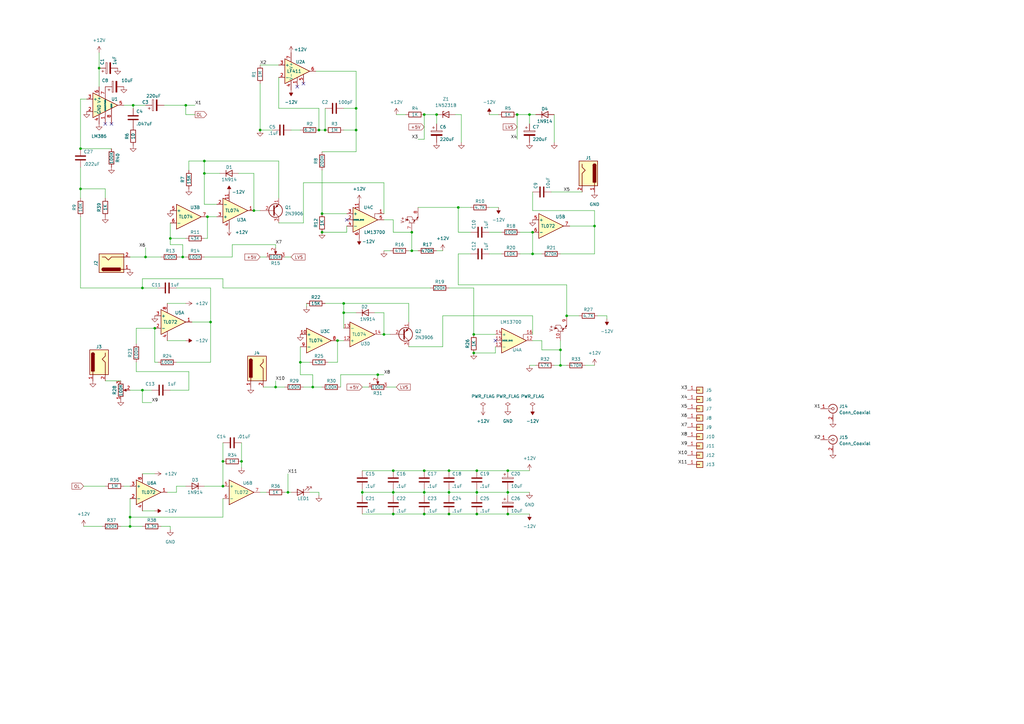
<source format=kicad_sch>
(kicad_sch (version 20211123) (generator eeschema)
  (paper "A3")
  (junction (at 138.43 139.7))
  (junction (at 40.64 27.94))
  (junction (at 208.28 201.93))
  (junction (at 218.44 95.25))
  (junction (at 146.05 44.45))
  (junction (at 130.81 53.34))
  (junction (at 113.03 158.75))
  (junction (at 63.5 134.62))
  (junction (at 33.02 77.47))
  (junction (at 69.85 97.79))
  (junction (at 161.29 201.93))
  (junction (at 184.15 201.93))
  (junction (at 195.58 201.93))
  (junction (at 173.99 201.93))
  (junction (at 161.29 210.82))
  (junction (at 83.82 71.12))
  (junction (at 140.97 128.27))
  (junction (at 33.02 60.96))
  (junction (at 168.91 95.25))
  (junction (at 133.35 53.34))
  (junction (at 184.15 210.82))
  (junction (at 173.99 193.04))
  (junction (at 99.06 189.23))
  (junction (at 123.19 148.59))
  (junction (at 106.68 53.34))
  (junction (at 132.08 87.63))
  (junction (at 195.58 193.04))
  (junction (at 74.93 105.41))
  (junction (at 157.48 137.16))
  (junction (at 128.27 158.75))
  (junction (at 132.08 95.25))
  (junction (at 54.61 43.18))
  (junction (at 83.82 66.04))
  (junction (at 243.84 92.71))
  (junction (at 217.17 46.99))
  (junction (at 76.2 43.18))
  (junction (at 232.41 129.54))
  (junction (at 187.96 85.09))
  (junction (at 146.05 53.34))
  (junction (at 118.11 201.93))
  (junction (at 195.58 210.82))
  (junction (at 86.36 132.08))
  (junction (at 58.42 160.02))
  (junction (at 173.99 210.82))
  (junction (at 184.15 193.04))
  (junction (at 140.97 124.46))
  (junction (at 85.09 88.9))
  (junction (at 161.29 193.04))
  (junction (at 229.87 149.86))
  (junction (at 168.91 102.87))
  (junction (at 212.09 46.99))
  (junction (at 194.31 137.16))
  (junction (at 154.94 153.67))
  (junction (at 148.59 201.93))
  (junction (at 91.44 199.39))
  (junction (at 91.44 189.23))
  (junction (at 58.42 118.11))
  (junction (at 229.87 143.51))
  (junction (at 104.14 86.36))
  (junction (at 179.07 46.99))
  (junction (at 53.34 212.09))
  (junction (at 59.69 105.41))
  (junction (at 208.28 193.04))
  (junction (at 218.44 104.14))
  (junction (at 208.28 210.82))
  (junction (at 53.34 215.9))
  (junction (at 173.99 46.99))
  (junction (at 194.31 144.78))
  (no_connect (at 45.72 50.8))
  (no_connect (at 43.18 50.8))
  (no_connect (at 142.24 90.17))
  (no_connect (at 203.2 139.7))
  (no_connect (at 124.46 34.29))
  (no_connect (at 121.92 35.56))
  (wire (pts (xy 55.88 152.4) (xy 77.47 152.4)))
  (wire (pts (xy 132.08 69.85) (xy 132.08 87.63)))
  (wire (pts (xy 227.33 46.99) (xy 227.33 58.42)))
  (wire (pts (xy 187.96 95.25) (xy 187.96 85.09)))
  (wire (pts (xy 208.28 201.93) (xy 208.28 200.66)))
  (wire (pts (xy 86.36 118.11) (xy 86.36 132.08)))
  (wire (pts (xy 72.39 118.11) (xy 86.36 118.11)))
  (wire (pts (xy 173.99 57.15) (xy 171.45 57.15)))
  (wire (pts (xy 55.88 148.59) (xy 55.88 152.4)))
  (wire (pts (xy 53.34 160.02) (xy 58.42 160.02)))
  (wire (pts (xy 127 201.93) (xy 130.81 201.93)))
  (wire (pts (xy 83.82 105.41) (xy 95.25 105.41)))
  (wire (pts (xy 212.09 46.99) (xy 217.17 46.99)))
  (wire (pts (xy 218.44 104.14) (xy 222.25 104.14)))
  (wire (pts (xy 138.43 139.7) (xy 140.97 139.7)))
  (wire (pts (xy 229.87 139.7) (xy 229.87 143.51)))
  (wire (pts (xy 184.15 193.04) (xy 195.58 193.04)))
  (wire (pts (xy 119.38 53.34) (xy 123.19 53.34)))
  (wire (pts (xy 142.24 95.25) (xy 142.24 92.71)))
  (wire (pts (xy 116.84 105.41) (xy 119.38 105.41)))
  (wire (pts (xy 114.3 31.75) (xy 114.3 44.45)))
  (wire (pts (xy 34.29 199.39) (xy 43.18 199.39)))
  (wire (pts (xy 80.01 43.18) (xy 76.2 43.18)))
  (wire (pts (xy 218.44 129.54) (xy 218.44 137.16)))
  (wire (pts (xy 154.94 153.67) (xy 157.48 153.67)))
  (wire (pts (xy 248.92 129.54) (xy 248.92 130.81)))
  (wire (pts (xy 157.48 128.27) (xy 157.48 137.16)))
  (wire (pts (xy 83.82 71.12) (xy 83.82 66.04)))
  (wire (pts (xy 140.97 128.27) (xy 146.05 128.27)))
  (wire (pts (xy 114.3 66.04) (xy 114.3 81.28)))
  (wire (pts (xy 171.45 85.09) (xy 187.96 85.09)))
  (wire (pts (xy 194.31 144.78) (xy 203.2 144.78)))
  (wire (pts (xy 95.25 100.33) (xy 113.03 100.33)))
  (wire (pts (xy 53.34 215.9) (xy 58.42 215.9)))
  (wire (pts (xy 53.34 212.09) (xy 53.34 204.47)))
  (wire (pts (xy 233.68 92.71) (xy 243.84 92.71)))
  (wire (pts (xy 123.19 153.67) (xy 128.27 153.67)))
  (wire (pts (xy 114.3 44.45) (xy 130.81 44.45)))
  (wire (pts (xy 157.48 87.63) (xy 157.48 74.93)))
  (wire (pts (xy 130.81 53.34) (xy 133.35 53.34)))
  (wire (pts (xy 227.33 149.86) (xy 229.87 149.86)))
  (wire (pts (xy 208.28 210.82) (xy 217.17 210.82)))
  (wire (pts (xy 91.44 189.23) (xy 91.44 199.39)))
  (wire (pts (xy 123.19 148.59) (xy 127 148.59)))
  (wire (pts (xy 58.42 118.11) (xy 64.77 118.11)))
  (wire (pts (xy 140.97 124.46) (xy 167.64 124.46)))
  (wire (pts (xy 161.29 201.93) (xy 173.99 201.93)))
  (wire (pts (xy 194.31 137.16) (xy 203.2 137.16)))
  (wire (pts (xy 232.41 129.54) (xy 237.49 129.54)))
  (wire (pts (xy 34.29 215.9) (xy 41.91 215.9)))
  (wire (pts (xy 86.36 132.08) (xy 86.36 148.59)))
  (wire (pts (xy 91.44 181.61) (xy 91.44 189.23)))
  (wire (pts (xy 161.29 210.82) (xy 173.99 210.82)))
  (wire (pts (xy 33.02 68.58) (xy 33.02 77.47)))
  (wire (pts (xy 72.39 201.93) (xy 72.39 199.39)))
  (wire (pts (xy 148.59 201.93) (xy 148.59 203.2)))
  (wire (pts (xy 217.17 149.86) (xy 219.71 149.86)))
  (wire (pts (xy 99.06 181.61) (xy 99.06 189.23)))
  (wire (pts (xy 213.36 104.14) (xy 218.44 104.14)))
  (wire (pts (xy 168.91 95.25) (xy 168.91 102.87)))
  (wire (pts (xy 85.09 88.9) (xy 85.09 97.79)))
  (wire (pts (xy 58.42 194.31) (xy 63.5 194.31)))
  (wire (pts (xy 139.7 153.67) (xy 154.94 153.67)))
  (wire (pts (xy 77.47 160.02) (xy 69.85 160.02)))
  (wire (pts (xy 146.05 29.21) (xy 146.05 44.45)))
  (wire (pts (xy 229.87 143.51) (xy 229.87 149.86)))
  (wire (pts (xy 245.11 129.54) (xy 248.92 129.54)))
  (wire (pts (xy 217.17 46.99) (xy 217.17 50.8)))
  (wire (pts (xy 33.02 77.47) (xy 33.02 81.28)))
  (wire (pts (xy 113.03 158.75) (xy 116.84 158.75)))
  (wire (pts (xy 91.44 212.09) (xy 91.44 204.47)))
  (wire (pts (xy 77.47 69.85) (xy 77.47 66.04)))
  (wire (pts (xy 213.36 95.25) (xy 218.44 95.25)))
  (wire (pts (xy 106.68 26.67) (xy 114.3 26.67)))
  (wire (pts (xy 129.54 29.21) (xy 146.05 29.21)))
  (wire (pts (xy 77.47 66.04) (xy 83.82 66.04)))
  (wire (pts (xy 76.2 43.18) (xy 67.31 43.18)))
  (wire (pts (xy 218.44 86.36) (xy 218.44 78.74)))
  (wire (pts (xy 200.66 46.99) (xy 204.47 46.99)))
  (wire (pts (xy 133.35 44.45) (xy 133.35 53.34)))
  (wire (pts (xy 128.27 153.67) (xy 128.27 158.75)))
  (wire (pts (xy 208.28 193.04) (xy 217.17 193.04)))
  (wire (pts (xy 243.84 92.71) (xy 243.84 86.36)))
  (wire (pts (xy 58.42 209.55) (xy 63.5 209.55)))
  (wire (pts (xy 158.75 158.75) (xy 162.56 158.75)))
  (wire (pts (xy 118.11 194.31) (xy 118.11 201.93)))
  (wire (pts (xy 72.39 199.39) (xy 76.2 199.39)))
  (wire (pts (xy 123.19 148.59) (xy 123.19 153.67)))
  (wire (pts (xy 68.58 124.46) (xy 76.2 124.46)))
  (wire (pts (xy 161.29 95.25) (xy 168.91 95.25)))
  (wire (pts (xy 83.82 83.82) (xy 83.82 71.12)))
  (wire (pts (xy 140.97 128.27) (xy 140.97 134.62)))
  (wire (pts (xy 97.79 71.12) (xy 104.14 71.12)))
  (wire (pts (xy 43.18 156.21) (xy 49.53 156.21)))
  (wire (pts (xy 140.97 124.46) (xy 140.97 128.27)))
  (wire (pts (xy 133.35 124.46) (xy 140.97 124.46)))
  (wire (pts (xy 173.99 46.99) (xy 173.99 57.15)))
  (wire (pts (xy 146.05 53.34) (xy 140.97 53.34)))
  (wire (pts (xy 33.02 118.11) (xy 58.42 118.11)))
  (wire (pts (xy 83.82 66.04) (xy 114.3 66.04)))
  (wire (pts (xy 217.17 46.99) (xy 219.71 46.99)))
  (wire (pts (xy 195.58 201.93) (xy 208.28 201.93)))
  (wire (pts (xy 63.5 148.59) (xy 64.77 148.59)))
  (wire (pts (xy 148.59 210.82) (xy 161.29 210.82)))
  (wire (pts (xy 128.27 158.75) (xy 132.08 158.75)))
  (wire (pts (xy 184.15 201.93) (xy 184.15 203.2)))
  (wire (pts (xy 184.15 118.11) (xy 194.31 118.11)))
  (wire (pts (xy 130.81 201.93) (xy 130.81 203.2)))
  (wire (pts (xy 212.09 46.99) (xy 212.09 57.15)))
  (wire (pts (xy 157.48 90.17) (xy 161.29 90.17)))
  (wire (pts (xy 91.44 114.3) (xy 91.44 118.11)))
  (wire (pts (xy 95.25 105.41) (xy 95.25 100.33)))
  (wire (pts (xy 54.61 43.18) (xy 54.61 44.45)))
  (wire (pts (xy 161.29 193.04) (xy 173.99 193.04)))
  (wire (pts (xy 195.58 201.93) (xy 195.58 203.2)))
  (wire (pts (xy 157.48 137.16) (xy 156.21 137.16)))
  (wire (pts (xy 69.85 97.79) (xy 76.2 97.79)))
  (wire (pts (xy 200.66 95.25) (xy 205.74 95.25)))
  (wire (pts (xy 40.64 27.94) (xy 40.64 35.56)))
  (wire (pts (xy 173.99 201.93) (xy 173.99 203.2)))
  (wire (pts (xy 33.02 77.47) (xy 43.18 77.47)))
  (wire (pts (xy 195.58 200.66) (xy 195.58 201.93)))
  (wire (pts (xy 157.48 137.16) (xy 160.02 137.16)))
  (wire (pts (xy 146.05 44.45) (xy 140.97 44.45)))
  (wire (pts (xy 157.48 74.93) (xy 124.46 74.93)))
  (wire (pts (xy 229.87 149.86) (xy 232.41 149.86)))
  (wire (pts (xy 85.09 88.9) (xy 88.9 88.9)))
  (wire (pts (xy 106.68 34.29) (xy 106.68 53.34)))
  (wire (pts (xy 123.19 142.24) (xy 123.19 148.59)))
  (wire (pts (xy 194.31 118.11) (xy 194.31 137.16)))
  (wire (pts (xy 55.88 134.62) (xy 63.5 134.62)))
  (wire (pts (xy 83.82 199.39) (xy 91.44 199.39)))
  (wire (pts (xy 106.68 201.93) (xy 109.22 201.93)))
  (wire (pts (xy 200.66 85.09) (xy 204.47 85.09)))
  (wire (pts (xy 208.28 201.93) (xy 208.28 203.2)))
  (wire (pts (xy 243.84 86.36) (xy 218.44 86.36)))
  (wire (pts (xy 232.41 116.84) (xy 232.41 129.54)))
  (wire (pts (xy 179.07 46.99) (xy 179.07 50.8)))
  (wire (pts (xy 148.59 200.66) (xy 148.59 201.93)))
  (wire (pts (xy 161.29 90.17) (xy 161.29 95.25)))
  (wire (pts (xy 187.96 104.14) (xy 187.96 116.84)))
  (wire (pts (xy 53.34 215.9) (xy 53.34 212.09)))
  (wire (pts (xy 173.99 200.66) (xy 173.99 201.93)))
  (wire (pts (xy 74.93 100.33) (xy 69.85 100.33)))
  (wire (pts (xy 104.14 86.36) (xy 106.68 86.36)))
  (wire (pts (xy 69.85 217.17) (xy 69.85 215.9)))
  (wire (pts (xy 203.2 144.78) (xy 203.2 142.24)))
  (wire (pts (xy 181.61 129.54) (xy 218.44 129.54)))
  (wire (pts (xy 106.68 105.41) (xy 109.22 105.41)))
  (wire (pts (xy 74.93 105.41) (xy 76.2 105.41)))
  (wire (pts (xy 50.8 43.18) (xy 54.61 43.18)))
  (wire (pts (xy 58.42 165.1) (xy 58.42 160.02)))
  (wire (pts (xy 139.7 158.75) (xy 139.7 153.67)))
  (wire (pts (xy 218.44 139.7) (xy 222.25 139.7)))
  (wire (pts (xy 59.69 105.41) (xy 66.04 105.41)))
  (wire (pts (xy 118.11 201.93) (xy 119.38 201.93)))
  (wire (pts (xy 168.91 102.87) (xy 171.45 102.87)))
  (wire (pts (xy 68.58 139.7) (xy 76.2 139.7)))
  (wire (pts (xy 218.44 95.25) (xy 218.44 104.14)))
  (wire (pts (xy 58.42 114.3) (xy 91.44 114.3)))
  (wire (pts (xy 124.46 158.75) (xy 128.27 158.75)))
  (wire (pts (xy 77.47 152.4) (xy 77.47 160.02)))
  (wire (pts (xy 124.46 74.93) (xy 124.46 91.44)))
  (wire (pts (xy 187.96 116.84) (xy 232.41 116.84)))
  (wire (pts (xy 153.67 128.27) (xy 157.48 128.27)))
  (wire (pts (xy 104.14 71.12) (xy 104.14 86.36)))
  (wire (pts (xy 69.85 100.33) (xy 69.85 97.79)))
  (wire (pts (xy 116.84 201.93) (xy 118.11 201.93)))
  (wire (pts (xy 53.34 105.41) (xy 59.69 105.41)))
  (wire (pts (xy 173.99 210.82) (xy 184.15 210.82)))
  (wire (pts (xy 74.93 105.41) (xy 74.93 100.33)))
  (wire (pts (xy 173.99 193.04) (xy 184.15 193.04)))
  (wire (pts (xy 138.43 148.59) (xy 138.43 139.7)))
  (wire (pts (xy 33.02 40.64) (xy 35.56 40.64)))
  (wire (pts (xy 53.34 212.09) (xy 91.44 212.09)))
  (wire (pts (xy 184.15 201.93) (xy 195.58 201.93)))
  (wire (pts (xy 55.88 140.97) (xy 55.88 134.62)))
  (wire (pts (xy 73.66 105.41) (xy 74.93 105.41)))
  (wire (pts (xy 88.9 83.82) (xy 83.82 83.82)))
  (wire (pts (xy 154.94 153.67) (xy 154.94 154.94)))
  (wire (pts (xy 148.59 158.75) (xy 151.13 158.75)))
  (wire (pts (xy 134.62 148.59) (xy 138.43 148.59)))
  (wire (pts (xy 85.09 97.79) (xy 83.82 97.79)))
  (wire (pts (xy 125.73 124.46) (xy 125.73 125.73)))
  (wire (pts (xy 167.64 142.24) (xy 181.61 142.24)))
  (wire (pts (xy 168.91 102.87) (xy 167.64 102.87)))
  (wire (pts (xy 179.07 102.87) (xy 181.61 102.87)))
  (wire (pts (xy 148.59 193.04) (xy 161.29 193.04)))
  (wire (pts (xy 33.02 88.9) (xy 33.02 118.11)))
  (wire (pts (xy 173.99 46.99) (xy 179.07 46.99)))
  (wire (pts (xy 161.29 200.66) (xy 161.29 201.93)))
  (wire (pts (xy 58.42 118.11) (xy 58.42 114.3)))
  (wire (pts (xy 161.29 201.93) (xy 161.29 203.2)))
  (wire (pts (xy 162.56 46.99) (xy 166.37 46.99)))
  (wire (pts (xy 222.25 143.51) (xy 229.87 143.51)))
  (wire (pts (xy 69.85 215.9) (xy 66.04 215.9)))
  (wire (pts (xy 54.61 43.18) (xy 59.69 43.18)))
  (wire (pts (xy 222.25 139.7) (xy 222.25 143.51)))
  (wire (pts (xy 33.02 60.96) (xy 45.72 60.96)))
  (wire (pts (xy 113.03 100.33) (xy 113.03 101.6)))
  (wire (pts (xy 184.15 200.66) (xy 184.15 201.93)))
  (wire (pts (xy 193.04 95.25) (xy 187.96 95.25)))
  (wire (pts (xy 78.74 132.08) (xy 86.36 132.08)))
  (wire (pts (xy 106.68 53.34) (xy 111.76 53.34)))
  (wire (pts (xy 193.04 104.14) (xy 187.96 104.14)))
  (wire (pts (xy 62.23 165.1) (xy 58.42 165.1)))
  (wire (pts (xy 91.44 118.11) (xy 176.53 118.11)))
  (wire (pts (xy 33.02 60.96) (xy 33.02 40.64)))
  (wire (pts (xy 113.03 156.21) (xy 113.03 158.75)))
  (wire (pts (xy 132.08 87.63) (xy 142.24 87.63)))
  (wire (pts (xy 107.95 158.75) (xy 113.03 158.75)))
  (wire (pts (xy 208.28 201.93) (xy 217.17 201.93)))
  (wire (pts (xy 76.2 43.18) (xy 76.2 46.99)))
  (wire (pts (xy 148.59 201.93) (xy 161.29 201.93)))
  (wire (pts (xy 49.53 215.9) (xy 53.34 215.9)))
  (wire (pts (xy 229.87 104.14) (xy 243.84 104.14)))
  (wire (pts (xy 99.06 189.23) (xy 99.06 191.77)))
  (wire (pts (xy 181.61 142.24) (xy 181.61 129.54)))
  (wire (pts (xy 83.82 71.12) (xy 90.17 71.12)))
  (wire (pts (xy 184.15 210.82) (xy 195.58 210.82)))
  (wire (pts (xy 240.03 149.86) (xy 243.84 149.86)))
  (wire (pts (xy 40.64 21.59) (xy 40.64 27.94)))
  (wire (pts (xy 59.69 105.41) (xy 59.69 101.6)))
  (wire (pts (xy 187.96 85.09) (xy 193.04 85.09)))
  (wire (pts (xy 50.8 199.39) (xy 53.34 199.39)))
  (wire (pts (xy 68.58 201.93) (xy 72.39 201.93)))
  (wire (pts (xy 114.3 91.44) (xy 124.46 91.44)))
  (wire (pts (xy 200.66 104.14) (xy 205.74 104.14)))
  (wire (pts (xy 130.81 44.45) (xy 130.81 53.34)))
  (wire (pts (xy 63.5 134.62) (xy 63.5 148.59)))
  (wire (pts (xy 146.05 44.45) (xy 146.05 53.34)))
  (wire (pts (xy 195.58 210.82) (xy 208.28 210.82)))
  (wire (pts (xy 58.42 160.02) (xy 62.23 160.02)))
  (wire (pts (xy 76.2 46.99) (xy 80.01 46.99)))
  (wire (pts (xy 226.06 78.74) (xy 238.76 78.74)))
  (wire (pts (xy 186.69 46.99) (xy 189.23 46.99)))
  (wire (pts (xy 43.18 77.47) (xy 43.18 81.28)))
  (wire (pts (xy 146.05 62.23) (xy 132.08 62.23)))
  (wire (pts (xy 69.85 91.44) (xy 69.85 97.79)))
  (wire (pts (xy 157.48 102.87) (xy 160.02 102.87)))
  (wire (pts (xy 132.08 95.25) (xy 142.24 95.25)))
  (wire (pts (xy 189.23 46.99) (xy 189.23 58.42)))
  (wire (pts (xy 195.58 193.04) (xy 208.28 193.04)))
  (wire (pts (xy 86.36 148.59) (xy 72.39 148.59)))
  (wire (pts (xy 167.64 124.46) (xy 167.64 132.08)))
  (wire (pts (xy 243.84 92.71) (xy 243.84 104.14)))
  (wire (pts (xy 146.05 53.34) (xy 146.05 62.23)))
  (wire (pts (xy 173.99 201.93) (xy 184.15 201.93)))
  (label "X5" (at 281.94 167.64 180))
  (label "X7" (at 281.94 175.26 180))
  (label "X10" (at 113.03 156.21 0))
  (label "X3" (at 171.45 57.15 180))
  (label "X7" (at 113.03 100.33 0))
  (label "X1" (at 80.01 43.18 0))
  (label "X8" (at 157.48 153.67 0))
  (label "X6" (at 281.94 171.45 180))
  (label "X2" (at 106.68 26.67 0))
  (label "X6" (at 59.69 101.6 180))
  (label "X4" (at 281.94 163.83 180))
  (label "X9" (at 62.23 165.1 0))
  (label "X4" (at 212.09 57.15 180))
  (label "X1" (at 336.55 167.64 180))
  (label "X5" (at 231.14 78.74 0))
  (label "X3" (at 281.94 160.02 180))
  (label "X10" (at 281.94 186.69 180))
  (label "X9" (at 281.94 182.88 180))
  (label "X2" (at 336.55 180.34 180))
  (label "X11" (at 118.11 194.31 0))
  (label "X11" (at 281.94 190.5 180))
  (label "X8" (at 281.94 179.07 180))
  (global_label "LVS" (shape input) (at 212.09 52.07 180) (property "Intersheet References" "${INTERSHEET_REFS}" (effects hide)))
  (global_label "+5V" (shape input) (at 148.59 158.75 180) (property "Intersheet References" "${INTERSHEET_REFS}" (effects hide)))
  (global_label "OL" (shape output) (at 80.01 46.99 0) (property "Intersheet References" "${INTERSHEET_REFS}" (effects hide)))
  (global_label "LVS" (shape input) (at 119.38 105.41 0) (property "Intersheet References" "${INTERSHEET_REFS}" (effects hide)))
  (global_label "+5V" (shape input) (at 106.68 105.41 180) (property "Intersheet References" "${INTERSHEET_REFS}" (effects hide)))
  (global_label "+5V" (shape input) (at 173.99 52.07 180) (property "Intersheet References" "${INTERSHEET_REFS}" (effects hide)))
  (global_label "LVS" (shape input) (at 162.56 158.75 0) (property "Intersheet References" "${INTERSHEET_REFS}" (effects hide)))
  (global_label "OL" (shape input) (at 34.29 199.39 180) (property "Intersheet References" "${INTERSHEET_REFS}" (effects hide)))
  (symbol (lib_id "Device:C_Polarized") (at 179.07 54.61 0) (unit 1)
    (property "Reference" "C6" (at 180.34 52.07 0) (effects (justify left)))
    (property "Value" "220uF" (at 180.34 57.15 0) (effects (justify left)))
  )
  (symbol (lib_id "Transistor_BJT:2N3906") (at 111.76 86.36 0) (mirror x) (unit 1)
    (property "Reference" "Q1" (at 116.84 85.0899 0) (effects (justify left)))
    (property "Value" "2N3906" (at 116.84 87.6299 0) (effects (justify left)))
    (property "Footprint" "Package_TO_SOT_THT:TO-92_Inline" (effects hide))
    (property "Datasheet" "https://www.onsemi.com/pub/Collateral/2N3906-D.PDF" (effects hide))
  )
  (symbol (lib_id "Device:R") (at 236.22 149.86 90) (unit 1)
    (property "Reference" "R33" (at 236.22 147.32 90))
    (property "Value" "470K" (at 236.22 149.86 90))
  )
  (symbol (lib_id "power:GND") (at 218.44 90.17 0) (unit 1)
    (property "Reference" "#PWR0146" (effects hide))
    (property "Value" "GND" (effects hide))
  )
  (symbol (lib_id "Device:C") (at 54.61 48.26 0) (unit 1)
    (property "Reference" "C4" (at 55.88 45.72 0) (effects (justify left)))
    (property "Value" ".047uF" (at 55.88 50.8 0) (effects (justify left)))
  )
  (symbol (lib_id "power:+12V") (at 243.84 149.86 0) (unit 1)
    (property "Reference" "#PWR0144" (effects hide))
    (property "Value" "+12V" (at 243.84 144.78 0))
  )
  (symbol (lib_id "power:+12V") (at 162.56 46.99 0) (unit 1)
    (property "Reference" "#PWR0132" (effects hide))
    (property "Value" "+12V" (at 162.56 41.91 0))
  )
  (symbol (lib_id "Device:R") (at 120.65 158.75 90) (unit 1)
    (property "Reference" "R29" (at 120.65 156.21 90))
    (property "Value" "100K" (at 120.65 158.75 90))
  )
  (symbol (lib_id "power:+12V") (at 93.98 93.98 0) (mirror x) (unit 1)
    (property "Reference" "#PWR0135" (effects hide))
    (property "Value" "+12V" (at 99.06 95.25 0))
  )
  (symbol (lib_id "power:GND") (at 69.85 86.36 0) (unit 1)
    (property "Reference" "#PWR0112" (effects hide))
    (property "Value" "GND" (effects hide))
  )
  (symbol (lib_id "power:GND") (at 194.31 144.78 0) (unit 1)
    (property "Reference" "#PWR0143" (effects hide))
    (property "Value" "GND" (effects hide))
  )
  (symbol (lib_id "power:GND") (at 179.07 58.42 0) (unit 1)
    (property "Reference" "#PWR0152" (effects hide))
    (property "Value" "GND" (effects hide))
  )
  (symbol (lib_name "LM13700_2") (lib_id "Amplifier_Operational:LM13700") (at 168.91 87.63 90) (unit 4)
    (property "Reference" "U4" (effects hide))
    (property "Value" "LM13700" (effects hide))
    (property "Datasheet" "http://www.ti.com/lit/ds/symlink/lm13700.pdf" (effects hide))
  )
  (symbol (lib_id "power:-12V") (at 63.5 209.55 270) (unit 1)
    (property "Reference" "#PWR0123" (effects hide))
    (property "Value" "-12V" (at 67.31 209.5499 90) (effects (justify left)))
  )
  (symbol (lib_id "Device:C_Polarized") (at 46.99 35.56 90) (unit 1)
    (property "Reference" "C8" (at 44.45 33.02 90) (effects (justify left)))
    (property "Value" "10uF" (at 54.61 33.02 90) (effects (justify left)))
  )
  (symbol (lib_id "Device:R") (at 113.03 201.93 90) (unit 1)
    (property "Reference" "R36" (at 113.03 199.39 90))
    (property "Value" "1K" (at 113.03 201.93 90))
  )
  (symbol (lib_id "power:GND") (at 132.08 95.25 0) (unit 1)
    (property "Reference" "#PWR0136" (effects hide))
    (property "Value" "GND" (effects hide))
  )
  (symbol (lib_id "power:GND") (at 106.68 53.34 0) (unit 1)
    (property "Reference" "#PWR0130" (effects hide))
    (property "Value" "GND" (effects hide))
  )
  (symbol (lib_id "Connector:Barrel_Jack") (at 241.3 71.12 270) (unit 1) (on_board no)
    (property "Reference" "J1" (at 242.57 64.77 90) (effects (justify right)))
    (property "Value" "Barrel_Jack" (effects hide))
  )
  (symbol (lib_id "Device:R") (at 80.01 105.41 90) (unit 1)
    (property "Reference" "R14" (at 80.01 102.87 90))
    (property "Value" "100K" (at 80.01 105.41 90))
  )
  (symbol (lib_id "power:GND") (at 77.47 77.47 0) (unit 1)
    (property "Reference" "#PWR0113" (effects hide))
    (property "Value" "GND" (effects hide))
  )
  (symbol (lib_id "Connector_Generic:Conn_01x01") (at 287.02 175.26 0) (unit 1)
    (property "Reference" "J9" (at 289.56 175.2599 0) (effects (justify left)))
    (property "Value" "Conn_01x01" (effects hide))
  )
  (symbol (lib_id "Device:C") (at 33.02 64.77 0) (unit 1)
    (property "Reference" "C27" (at 34.29 62.23 0) (effects (justify left)))
    (property "Value" ".022uF" (at 34.29 67.31 0) (effects (justify left)))
  )
  (symbol (lib_id "Connector:Barrel_Jack") (at 40.64 148.59 90) (mirror x) (unit 1) (on_board no)
    (property "Reference" "J3" (at 39.37 142.24 90) (effects (justify right)))
    (property "Value" "Barrel_Jack" (effects hide))
  )
  (symbol (lib_id "Device:C") (at 196.85 104.14 90) (unit 1)
    (property "Reference" "C12" (at 194.31 102.87 0) (effects (justify left)))
    (property "Value" "1uF" (at 199.39 102.87 0) (effects (justify left)))
  )
  (symbol (lib_id "power:GND") (at 53.34 110.49 0) (unit 1)
    (property "Reference" "#PWR0115" (effects hide))
    (property "Value" "GND" (effects hide))
  )
  (symbol (lib_id "power:GND") (at 54.61 59.69 0) (unit 1)
    (property "Reference" "#PWR0107" (effects hide))
    (property "Value" "GND" (effects hide))
  )
  (symbol (lib_id "Device:C") (at 148.59 196.85 0) (unit 1)
    (property "Reference" "C15" (at 149.86 194.31 0) (effects (justify left)))
    (property "Value" ".1uF" (at 149.86 199.39 0) (effects (justify left)))
  )
  (symbol (lib_id "Device:R") (at 69.85 105.41 90) (unit 1)
    (property "Reference" "R13" (at 69.85 102.87 90))
    (property "Value" "100K" (at 69.85 105.41 90))
  )
  (symbol (lib_id "power:-12V") (at 147.32 97.79 0) (mirror x) (unit 1)
    (property "Reference" "#PWR0140" (effects hide))
    (property "Value" "-12V" (at 151.13 99.06 0))
  )
  (symbol (lib_id "dhk:LF411") (at 119.38 29.21 0) (unit 3)
    (property "Reference" "U2" (effects hide))
    (property "Value" "LF411" (effects hide))
    (property "Datasheet" "http://www.ti.com/lit/ds/symlink/tl081.pdf" (effects hide))
  )
  (symbol (lib_id "power:GND") (at 217.17 201.93 0) (unit 1)
    (property "Reference" "#PWR0125" (effects hide))
    (property "Value" "GND" (at 217.17 207.01 0))
  )
  (symbol (lib_id "Device:R") (at 43.18 85.09 180) (unit 1)
    (property "Reference" "R39" (at 40.64 85.09 90))
    (property "Value" "1K" (at 43.18 85.09 90))
  )
  (symbol (lib_id "power:GND") (at 50.8 35.56 0) (unit 1)
    (property "Reference" "#PWR0102" (effects hide))
    (property "Value" "GND" (effects hide))
  )
  (symbol (lib_id "power:GND") (at 243.84 78.74 0) (unit 1)
    (property "Reference" "#PWR0147" (effects hide))
    (property "Value" "GND" (at 243.84 83.82 0))
  )
  (symbol (lib_id "Device:R") (at 170.18 46.99 90) (unit 1)
    (property "Reference" "R4" (at 170.18 44.45 90))
    (property "Value" "1K" (at 170.18 46.99 90))
  )
  (symbol (lib_id "Connector:Conn_Coaxial") (at 341.63 167.64 0) (unit 1)
    (property "Reference" "J14" (at 344.17 166.6631 0) (effects (justify left)))
    (property "Value" "Conn_Coaxial" (at 344.17 169.2031 0) (effects (justify left)))
    (property "Datasheet" " ~" (effects hide))
  )
  (symbol (lib_id "power:GND") (at 99.06 191.77 0) (unit 1)
    (property "Reference" "#PWR0110" (effects hide))
    (property "Value" "GND" (effects hide))
  )
  (symbol (lib_id "Amplifier_Operational:TL072") (at 99.06 201.93 0) (unit 2)
    (property "Reference" "U6" (at 101.6 198.12 0))
    (property "Value" "TL072" (at 99.06 201.93 0))
    (property "Datasheet" "http://www.ti.com/lit/ds/symlink/tl071.pdf" (effects hide))
  )
  (symbol (lib_name "TL074_1") (lib_id "Amplifier_Operational:TL074") (at 96.52 86.36 0) (mirror x) (unit 5)
    (property "Reference" "U3" (effects hide))
    (property "Value" "TL074" (effects hide))
    (property "Datasheet" "http://www.ti.com/lit/ds/symlink/tl071.pdf" (effects hide))
  )
  (symbol (lib_id "Device:C_Polarized") (at 217.17 54.61 0) (unit 1)
    (property "Reference" "C7" (at 218.44 52.07 0) (effects (justify left)))
    (property "Value" "220uF" (at 218.44 57.15 0) (effects (justify left)))
  )
  (symbol (lib_id "Device:R") (at 127 53.34 90) (unit 1)
    (property "Reference" "R2" (at 127 50.8 90))
    (property "Value" "6.2K" (at 127 53.34 90))
  )
  (symbol (lib_id "Device:R") (at 241.3 129.54 90) (unit 1)
    (property "Reference" "R27" (at 241.3 127 90))
    (property "Value" "4.7K" (at 241.3 129.54 90))
  )
  (symbol (lib_id "Device:R") (at 208.28 46.99 90) (unit 1)
    (property "Reference" "R5" (at 208.28 44.45 90))
    (property "Value" "1K" (at 208.28 46.99 90))
  )
  (symbol (lib_id "Device:D_Zener") (at 182.88 46.99 0) (unit 1)
    (property "Reference" "Z1" (at 182.88 40.64 0))
    (property "Value" "1N5231B" (at 182.88 43.18 0))
  )
  (symbol (lib_id "Diode:1N914") (at 149.86 128.27 0) (unit 1)
    (property "Reference" "D2" (at 149.5062 125.8343 0))
    (property "Value" "1N914" (at 150.7762 130.9143 0))
    (property "Footprint" "Diode_THT:D_DO-35_SOD27_P7.62mm_Horizontal" (effects hide))
    (property "Datasheet" "http://www.vishay.com/docs/85622/1n914.pdf" (effects hide))
  )
  (symbol (lib_id "Connector_Generic:Conn_01x01") (at 287.02 160.02 0) (unit 1)
    (property "Reference" "J5" (at 289.56 160.0199 0) (effects (justify left)))
    (property "Value" "Conn_01x01" (effects hide))
  )
  (symbol (lib_id "power:GND") (at 125.73 125.73 0) (unit 1)
    (property "Reference" "#PWR0134" (effects hide))
    (property "Value" "GND" (effects hide))
  )
  (symbol (lib_id "power:GND") (at 48.26 27.94 0) (unit 1)
    (property "Reference" "#PWR0101" (effects hide))
    (property "Value" "GND" (effects hide))
  )
  (symbol (lib_id "Device:C") (at 173.99 207.01 0) (unit 1)
    (property "Reference" "C23" (at 175.26 204.47 0) (effects (justify left)))
    (property "Value" ".1uF" (at 175.26 209.55 0) (effects (justify left)))
  )
  (symbol (lib_id "Device:R") (at 223.52 149.86 90) (unit 1)
    (property "Reference" "R32" (at 223.52 147.32 90))
    (property "Value" "47K" (at 223.52 149.86 90))
  )
  (symbol (lib_id "Connector_Generic:Conn_01x01") (at 287.02 186.69 0) (unit 1)
    (property "Reference" "J12" (at 289.56 186.6899 0) (effects (justify left)))
    (property "Value" "Conn_01x01" (effects hide))
  )
  (symbol (lib_id "Device:R") (at 54.61 55.88 180) (unit 1)
    (property "Reference" "R6" (at 52.07 55.88 90))
    (property "Value" "10" (at 54.61 55.88 90))
  )
  (symbol (lib_id "power:PWR_FLAG") (at 218.44 167.64 0) (unit 1)
    (property "Reference" "#FLG0103" (effects hide))
    (property "Value" "PWR_FLAG" (at 218.44 162.56 0))
  )
  (symbol (lib_id "power:GND") (at 217.17 58.42 0) (unit 1)
    (property "Reference" "#PWR0148" (effects hide))
    (property "Value" "GND" (effects hide))
  )
  (symbol (lib_id "Amplifier_Operational:TL072") (at 71.12 132.08 0) (unit 1)
    (property "Reference" "U5" (at 73.66 128.27 0))
    (property "Value" "TL072" (at 69.85 132.08 0))
    (property "Datasheet" "http://www.ti.com/lit/ds/symlink/tl071.pdf" (effects hide))
  )
  (symbol (lib_id "power:GND") (at 40.64 50.8 0) (unit 1)
    (property "Reference" "#PWR0104" (effects hide))
    (property "Value" "GND" (effects hide))
  )
  (symbol (lib_id "Device:C") (at 66.04 160.02 90) (unit 1)
    (property "Reference" "C13" (at 63.5 157.48 90) (effects (justify left)))
    (property "Value" "1uF" (at 72.39 157.48 90) (effects (justify left)))
  )
  (symbol (lib_id "power:-12V") (at 204.47 85.09 0) (mirror x) (unit 1)
    (property "Reference" "#PWR0150" (effects hide))
    (property "Value" "-12V" (at 204.47 90.17 0))
  )
  (symbol (lib_id "Device:C_Polarized") (at 44.45 27.94 90) (unit 1)
    (property "Reference" "C1" (at 41.91 26.67 0) (effects (justify left)))
    (property "Value" "1uF" (at 46.99 26.67 0) (effects (justify left)))
  )
  (symbol (lib_name "LF411_1") (lib_id "dhk:LF411") (at 121.92 29.21 0) (unit 2)
    (property "Reference" "U2" (effects hide))
    (property "Value" "LF411" (effects hide))
    (property "Datasheet" "http://www.ti.com/lit/ds/symlink/tl081.pdf" (effects hide))
  )
  (symbol (lib_id "Amplifier_Operational:LM13700") (at 149.86 90.17 0) (mirror x) (unit 3)
    (property "Reference" "U4" (at 151.13 85.09 0))
    (property "Value" "LM13700" (at 153.67 95.25 0))
    (property "Datasheet" "http://www.ti.com/lit/ds/symlink/lm13700.pdf" (effects hide))
  )
  (symbol (lib_id "power:+12V") (at 40.64 21.59 0) (unit 1)
    (property "Reference" "#PWR0103" (effects hide))
    (property "Value" "+12V" (at 40.64 16.51 0))
  )
  (symbol (lib_id "Device:C") (at 161.29 207.01 0) (unit 1)
    (property "Reference" "C22" (at 162.56 204.47 0) (effects (justify left)))
    (property "Value" ".1uF" (at 162.56 209.55 0) (effects (justify left)))
  )
  (symbol (lib_id "power:+12V") (at 63.5 194.31 270) (unit 1)
    (property "Reference" "#PWR0122" (effects hide))
    (property "Value" "+12V" (at 67.31 194.3099 90) (effects (justify left)))
  )
  (symbol (lib_id "power:GND") (at 45.72 68.58 0) (unit 1)
    (property "Reference" "#PWR0106" (effects hide))
    (property "Value" "GND" (effects hide))
  )
  (symbol (lib_id "power:+12V") (at 217.17 193.04 0) (unit 1)
    (property "Reference" "#PWR0126" (effects hide))
    (property "Value" "+12V" (at 217.17 187.96 0))
  )
  (symbol (lib_name "TL072_1") (lib_id "Amplifier_Operational:TL072") (at 71.12 132.08 0) (unit 3)
    (property "Reference" "U5" (effects hide))
    (property "Value" "TL072" (effects hide))
    (property "Datasheet" "http://www.ti.com/lit/ds/symlink/tl071.pdf" (effects hide))
  )
  (symbol (lib_id "Amplifier_Operational:TL074") (at 130.81 139.7 0) (unit 3)
    (property "Reference" "U3" (at 133.35 135.89 0))
    (property "Value" "TL074" (at 129.54 139.7 0))
    (property "Datasheet" "http://www.ti.com/lit/ds/symlink/tl071.pdf" (effects hide))
  )
  (symbol (lib_id "Device:R") (at 135.89 158.75 90) (unit 1)
    (property "Reference" "R30" (at 135.89 156.21 90))
    (property "Value" "100K" (at 135.89 158.75 90))
  )
  (symbol (lib_id "Transistor_BJT:2N3906") (at 165.1 137.16 0) (mirror x) (unit 1)
    (property "Reference" "Q2" (at 170.18 135.8899 0) (effects (justify left)))
    (property "Value" "2N3906" (at 170.18 138.4299 0) (effects (justify left)))
    (property "Footprint" "Package_TO_SOT_THT:TO-92_Inline" (effects hide))
    (property "Datasheet" "https://www.onsemi.com/pub/Collateral/2N3906-D.PDF" (effects hide))
  )
  (symbol (lib_id "Device:R") (at 62.23 215.9 90) (unit 1)
    (property "Reference" "R38" (at 62.23 213.36 90))
    (property "Value" "3.3K" (at 62.23 215.9 90))
  )
  (symbol (lib_id "power:+12V") (at 198.12 167.64 0) (mirror x) (unit 1)
    (property "Reference" "#PWR0129" (effects hide))
    (property "Value" "+12V" (at 198.12 172.72 0))
  )
  (symbol (lib_id "Connector_Generic:Conn_01x01") (at 287.02 182.88 0) (unit 1)
    (property "Reference" "J11" (at 289.56 182.8799 0) (effects (justify left)))
    (property "Value" "Conn_01x01" (effects hide))
  )
  (symbol (lib_id "power:-12V") (at 93.98 78.74 0) (unit 1)
    (property "Reference" "#PWR0138" (effects hide))
    (property "Value" "-12V" (at 97.79 78.74 0))
  )
  (symbol (lib_id "Connector:Barrel_Jack") (at 105.41 151.13 90) (mirror x) (unit 1) (on_board no)
    (property "Reference" "J4" (at 104.14 144.78 90) (effects (justify right)))
    (property "Value" "Barrel_Jack" (effects hide))
  )
  (symbol (lib_id "Device:R") (at 68.58 148.59 90) (unit 1)
    (property "Reference" "R24" (at 68.58 146.05 90))
    (property "Value" "100K" (at 68.58 148.59 90))
  )
  (symbol (lib_id "power:GND") (at 208.28 167.64 0) (unit 1)
    (property "Reference" "#PWR0127" (effects hide))
    (property "Value" "GND" (at 208.28 172.72 0))
  )
  (symbol (lib_id "Device:C") (at 137.16 44.45 90) (unit 1)
    (property "Reference" "C2" (at 134.62 41.91 90) (effects (justify left)))
    (property "Value" "100pF" (at 144.78 41.91 90) (effects (justify left)))
  )
  (symbol (lib_id "Device:R") (at 196.85 85.09 90) (unit 1)
    (property "Reference" "R10" (at 196.85 82.55 90))
    (property "Value" "4.7K" (at 196.85 85.09 90))
  )
  (symbol (lib_id "Device:R_Potentiometer") (at 113.03 105.41 90) (unit 1)
    (property "Reference" "R15" (at 113.03 107.95 90))
    (property "Value" "100K" (at 113.03 105.41 90))
  )
  (symbol (lib_id "Device:R") (at 106.68 30.48 180) (unit 1)
    (property "Reference" "R1" (at 104.14 30.48 90))
    (property "Value" "1M" (at 106.68 30.48 90))
  )
  (symbol (lib_id "Device:R") (at 129.54 124.46 90) (unit 1)
    (property "Reference" "R22" (at 129.54 121.92 90))
    (property "Value" "15K" (at 129.54 124.46 90))
  )
  (symbol (lib_id "power:GND") (at 227.33 58.42 0) (unit 1)
    (property "Reference" "#PWR0149" (effects hide))
    (property "Value" "GND" (effects hide))
  )
  (symbol (lib_id "power:+12V") (at 181.61 102.87 0) (unit 1)
    (property "Reference" "#PWR0139" (effects hide))
    (property "Value" "+12V" (at 181.61 97.79 0))
  )
  (symbol (lib_id "Amplifier_Audio:LM386") (at 43.18 43.18 0) (unit 1)
    (property "Reference" "U1" (at 46.99 40.64 0))
    (property "Value" "LM386" (at 40.64 55.88 0))
    (property "Datasheet" "http://www.ti.com/lit/ds/symlink/lm386.pdf" (effects hide))
  )
  (symbol (lib_id "power:-12V") (at 200.66 46.99 0) (unit 1)
    (property "Reference" "#PWR0151" (effects hide))
    (property "Value" "-12V" (at 200.66 41.91 0))
  )
  (symbol (lib_id "power:GND") (at 130.81 203.2 0) (unit 1)
    (property "Reference" "#PWR0111" (effects hide))
    (property "Value" "GND" (effects hide))
  )
  (symbol (lib_id "Device:R") (at 209.55 95.25 90) (unit 1)
    (property "Reference" "R18" (at 209.55 92.71 90))
    (property "Value" "100K" (at 209.55 95.25 90))
  )
  (symbol (lib_id "Device:C_Polarized") (at 208.28 207.01 0) (unit 1)
    (property "Reference" "C26" (at 209.55 204.47 0) (effects (justify left)))
    (property "Value" "10uF" (at 209.55 209.55 0) (effects (justify left)))
  )
  (symbol (lib_id "Diode:1N914") (at 93.98 71.12 0) (unit 1)
    (property "Reference" "D1" (at 93.98 68.58 0))
    (property "Value" "1N914" (at 93.98 73.66 0))
    (property "Footprint" "Diode_THT:D_DO-35_SOD27_P7.62mm_Horizontal" (effects hide))
    (property "Datasheet" "http://www.vishay.com/docs/85622/1n914.pdf" (effects hide))
  )
  (symbol (lib_id "Device:R_Potentiometer") (at 154.94 158.75 90) (unit 1)
    (property "Reference" "R31" (at 154.94 161.29 90))
    (property "Value" "100K" (at 154.94 158.75 90))
  )
  (symbol (lib_id "Device:R") (at 45.72 215.9 90) (unit 1)
    (property "Reference" "R37" (at 45.72 213.36 90))
    (property "Value" "200K" (at 45.72 215.9 90))
  )
  (symbol (lib_id "power:GND") (at 217.17 149.86 0) (unit 1)
    (property "Reference" "#PWR0142" (effects hide))
    (property "Value" "GND" (effects hide))
  )
  (symbol (lib_id "Diode:1N914") (at 80.01 199.39 0) (mirror y) (unit 1)
    (property "Reference" "D3" (at 80.01 196.85 0))
    (property "Value" "1N914" (at 80.01 201.93 0))
    (property "Footprint" "Diode_THT:D_DO-35_SOD27_P7.62mm_Horizontal" (effects hide))
    (property "Datasheet" "http://www.vishay.com/docs/85622/1n914.pdf" (effects hide))
  )
  (symbol (lib_id "Device:C") (at 195.58 196.85 0) (unit 1)
    (property "Reference" "C19" (at 196.85 194.31 0) (effects (justify left)))
    (property "Value" ".1uF" (at 196.85 199.39 0) (effects (justify left)))
  )
  (symbol (lib_id "Connector_Generic:Conn_01x01") (at 287.02 190.5 0) (unit 1)
    (property "Reference" "J13" (at 289.56 190.4999 0) (effects (justify left)))
    (property "Value" "Conn_01x01" (effects hide))
  )
  (symbol (lib_id "Device:R") (at 95.25 189.23 90) (unit 1)
    (property "Reference" "R34" (at 95.25 186.69 90))
    (property "Value" "1M" (at 95.25 189.23 90))
  )
  (symbol (lib_id "Connector_Generic:Conn_01x01") (at 287.02 171.45 0) (unit 1)
    (property "Reference" "J8" (at 289.56 171.4499 0) (effects (justify left)))
    (property "Value" "Conn_01x01" (effects hide))
  )
  (symbol (lib_id "Device:R") (at 175.26 102.87 90) (unit 1)
    (property "Reference" "R17" (at 175.26 100.33 90))
    (property "Value" "470K" (at 175.26 102.87 90))
  )
  (symbol (lib_id "Device:C") (at 173.99 196.85 0) (unit 1)
    (property "Reference" "C17" (at 175.26 194.31 0) (effects (justify left)))
    (property "Value" ".1uF" (at 175.26 199.39 0) (effects (justify left)))
  )
  (symbol (lib_name "LM13700_1") (lib_id "Amplifier_Operational:LM13700") (at 149.86 90.17 0) (unit 5)
    (property "Reference" "U4" (effects hide))
    (property "Value" "LM13700" (effects hide))
    (property "Datasheet" "http://www.ti.com/lit/ds/symlink/lm13700.pdf" (effects hide))
  )
  (symbol (lib_id "Device:R") (at 55.88 144.78 180) (unit 1)
    (property "Reference" "R23" (at 53.34 144.78 90))
    (property "Value" "100K" (at 55.88 144.78 90))
  )
  (symbol (lib_id "Device:R") (at 132.08 91.44 180) (unit 1)
    (property "Reference" "R12" (at 129.54 91.44 90))
    (property "Value" "1K" (at 132.08 91.44 90))
  )
  (symbol (lib_id "power:-12V") (at 119.38 36.83 0) (mirror x) (unit 1)
    (property "Reference" "#PWR0131" (effects hide))
    (property "Value" "-12V" (at 119.38 41.91 0))
  )
  (symbol (lib_id "Device:C") (at 184.15 207.01 0) (unit 1)
    (property "Reference" "C24" (at 185.42 204.47 0) (effects (justify left)))
    (property "Value" ".1uF" (at 185.42 209.55 0) (effects (justify left)))
  )
  (symbol (lib_id "Device:R") (at 137.16 53.34 90) (unit 1)
    (property "Reference" "R3" (at 137.16 50.8 90))
    (property "Value" "1M" (at 137.16 53.34 90))
  )
  (symbol (lib_id "Device:R") (at 163.83 102.87 90) (unit 1)
    (property "Reference" "R16" (at 163.83 100.33 90))
    (property "Value" "47K" (at 163.83 102.87 90))
  )
  (symbol (lib_id "power:GND") (at 102.87 158.75 0) (unit 1)
    (property "Reference" "#PWR0109" (effects hide))
    (property "Value" "GND" (effects hide))
  )
  (symbol (lib_id "Device:C") (at 195.58 207.01 0) (unit 1)
    (property "Reference" "C25" (at 196.85 204.47 0) (effects (justify left)))
    (property "Value" ".1uF" (at 196.85 209.55 0) (effects (justify left)))
  )
  (symbol (lib_id "Device:C") (at 148.59 207.01 0) (unit 1)
    (property "Reference" "C21" (at 149.86 204.47 0) (effects (justify left)))
    (property "Value" ".1uF" (at 149.86 209.55 0) (effects (justify left)))
  )
  (symbol (lib_id "Connector_Generic:Conn_01x01") (at 287.02 163.83 0) (unit 1)
    (property "Reference" "J6" (at 289.56 163.8299 0) (effects (justify left)))
    (property "Value" "Conn_01x01" (effects hide))
  )
  (symbol (lib_id "power:GND") (at 123.19 137.16 0) (unit 1)
    (property "Reference" "#PWR0133" (effects hide))
    (property "Value" "GND" (effects hide))
  )
  (symbol (lib_id "power:-12V") (at 248.92 130.81 0) (mirror x) (unit 1)
    (property "Reference" "#PWR0145" (effects hide))
    (property "Value" "-12V" (at 248.92 135.89 0))
  )
  (symbol (lib_id "Device:C_Polarized") (at 63.5 43.18 90) (unit 1)
    (property "Reference" "C3" (at 60.96 41.91 90) (effects (justify left)))
    (property "Value" "220uF" (at 66.04 39.37 90) (effects (justify left)))
  )
  (symbol (lib_id "Amplifier_Operational:LM13700") (at 229.87 132.08 90) (unit 2)
    (property "Reference" "U4" (effects hide))
    (property "Value" "LM13700" (effects hide))
    (property "Datasheet" "http://www.ti.com/lit/ds/symlink/lm13700.pdf" (effects hide))
  )
  (symbol (lib_id "power:PWR_FLAG") (at 208.28 167.64 0) (unit 1)
    (property "Reference" "#FLG0101" (effects hide))
    (property "Value" "PWR_FLAG" (at 208.28 162.56 0))
  )
  (symbol (lib_id "Amplifier_Operational:TL072") (at 226.06 92.71 0) (unit 2)
    (property "Reference" "U5" (at 229.87 88.9 0))
    (property "Value" "TL072" (at 224.79 92.71 0))
    (property "Datasheet" "http://www.ti.com/lit/ds/symlink/tl071.pdf" (effects hide))
  )
  (symbol (lib_id "Connector:Conn_Coaxial") (at 341.63 180.34 0) (unit 1)
    (property "Reference" "J15" (at 344.17 179.3631 0) (effects (justify left)))
    (property "Value" "Conn_Coaxial" (at 344.17 181.9031 0) (effects (justify left)))
    (property "Datasheet" " ~" (effects hide))
  )
  (symbol (lib_id "Device:C") (at 68.58 118.11 90) (unit 1)
    (property "Reference" "C11" (at 66.04 116.84 90) (effects (justify left)))
    (property "Value" "1uF" (at 73.66 116.84 90) (effects (justify left)))
  )
  (symbol (lib_id "power:PWR_FLAG") (at 198.12 167.64 0) (unit 1)
    (property "Reference" "#FLG0102" (effects hide))
    (property "Value" "PWR_FLAG" (at 198.12 162.56 0))
  )
  (symbol (lib_id "Device:R") (at 45.72 64.77 0) (mirror x) (unit 1)
    (property "Reference" "R40" (at 48.26 64.77 90))
    (property "Value" "100K" (at 45.72 64.77 90))
  )
  (symbol (lib_id "Diode:1N914") (at 223.52 46.99 0) (unit 1)
    (property "Reference" "D4" (at 223.4153 44.659 0))
    (property "Value" "1N914" (at 223.4153 49.739 0))
    (property "Footprint" "Diode_THT:D_DO-35_SOD27_P7.62mm_Horizontal" (effects hide))
    (property "Datasheet" "http://www.vishay.com/docs/85622/1n914.pdf" (effects hide))
  )
  (symbol (lib_id "Device:R") (at 77.47 73.66 180) (unit 1)
    (property "Reference" "R7" (at 74.93 73.66 90))
    (property "Value" "15K" (at 77.47 73.66 90))
  )
  (symbol (lib_id "Device:C") (at 115.57 53.34 90) (unit 1)
    (property "Reference" "C5" (at 113.03 52.07 90) (effects (justify left)))
    (property "Value" ".1uF" (at 114.3 54.61 90) (effects (justify left)))
  )
  (symbol (lib_id "power:GND") (at 38.1 156.21 0) (unit 1)
    (property "Reference" "#PWR0118" (effects hide))
    (property "Value" "GND" (effects hide))
  )
  (symbol (lib_id "power:GND") (at 341.63 185.42 0) (unit 1)
    (property "Reference" "#PWR02" (effects hide))
    (property "Value" "GND" (effects hide))
  )
  (symbol (lib_id "Device:C_Polarized") (at 208.28 196.85 0) (unit 1)
    (property "Reference" "C20" (at 209.55 194.31 0) (effects (justify left)))
    (property "Value" "10uF" (at 209.55 199.39 0) (effects (justify left)))
  )
  (symbol (lib_id "Device:R") (at 180.34 118.11 90) (unit 1)
    (property "Reference" "R19" (at 180.34 115.57 90))
    (property "Value" "200K" (at 180.34 118.11 90))
  )
  (symbol (lib_id "Device:C") (at 95.25 181.61 90) (unit 1)
    (property "Reference" "C14" (at 92.71 179.07 90) (effects (justify left)))
    (property "Value" ".01uF" (at 102.87 179.07 90) (effects (justify left)))
  )
  (symbol (lib_id "Connector_Generic:Conn_01x01") (at 287.02 179.07 0) (unit 1)
    (property "Reference" "J10" (at 289.56 179.0699 0) (effects (justify left)))
    (property "Value" "Conn_01x01" (effects hide))
  )
  (symbol (lib_id "power:GND") (at 43.18 88.9 0) (unit 1)
    (property "Reference" "#PWR0114" (effects hide))
    (property "Value" "GND" (effects hide))
  )
  (symbol (lib_id "Amplifier_Operational:LM13700") (at 210.82 139.7 0) (mirror x) (unit 1)
    (property "Reference" "U4" (at 212.09 143.51 0))
    (property "Value" "LM13700" (at 209.55 132.08 0))
    (property "Datasheet" "http://www.ti.com/lit/ds/symlink/lm13700.pdf" (effects hide))
  )
  (symbol (lib_id "Device:C") (at 196.85 95.25 90) (unit 1)
    (property "Reference" "C10" (at 194.31 93.98 0) (effects (justify left)))
    (property "Value" "1uF" (at 199.39 93.98 0) (effects (justify left)))
  )
  (symbol (lib_id "Device:R") (at 33.02 85.09 180) (unit 1)
    (property "Reference" "R9" (at 30.48 85.09 90))
    (property "Value" "10K" (at 33.02 85.09 90))
  )
  (symbol (lib_id "Device:C") (at 222.25 78.74 90) (unit 1)
    (property "Reference" "C9" (at 219.71 77.47 0) (effects (justify left)))
    (property "Value" "10uF" (at 224.79 77.47 0) (effects (justify left)))
  )
  (symbol (lib_id "power:+12V") (at 34.29 215.9 0) (unit 1)
    (property "Reference" "#PWR0121" (effects hide))
    (property "Value" "+12V" (at 34.29 210.82 0))
  )
  (symbol (lib_id "power:GND") (at 157.48 102.87 0) (unit 1)
    (property "Reference" "#PWR0141" (effects hide))
    (property "Value" "GND" (effects hide))
  )
  (symbol (lib_id "Connector_Generic:Conn_01x01") (at 287.02 167.64 0) (unit 1)
    (property "Reference" "J7" (at 289.56 167.6399 0) (effects (justify left)))
    (property "Value" "Conn_01x01" (effects hide))
  )
  (symbol (lib_id "power:+12V") (at 119.38 21.59 0) (unit 1)
    (property "Reference" "#PWR0108" (effects hide))
    (property "Value" "+12V" (at 123.19 20.32 0))
  )
  (symbol (lib_id "power:-12V") (at 218.44 167.64 0) (mirror x) (unit 1)
    (property "Reference" "#PWR0128" (effects hide))
    (property "Value" "-12V" (at 218.44 172.72 0))
  )
  (symbol (lib_id "Device:R") (at 132.08 66.04 180) (unit 1)
    (property "Reference" "R8" (at 129.54 66.04 90))
    (property "Value" "200K" (at 132.08 66.04 90))
  )
  (symbol (lib_id "Device:R") (at 226.06 104.14 90) (unit 1)
    (property "Reference" "R21" (at 226.06 101.6 90))
    (property "Value" "270K" (at 226.06 104.14 90))
  )
  (symbol (lib_id "power:GND") (at 341.63 172.72 0) (unit 1)
    (property "Reference" "#PWR01" (effects hide))
    (property "Value" "GND" (effects hide))
  )
  (symbol (lib_id "Amplifier_Operational:TL072") (at 60.96 201.93 0) (unit 1)
    (property "Reference" "U6" (at 62.23 198.12 0))
    (property "Value" "TL072" (at 60.96 201.93 0))
    (property "Datasheet" "http://www.ti.com/lit/ds/symlink/tl071.pdf" (effects hide))
  )
  (symbol (lib_id "Amplifier_Operational:TL074") (at 77.47 88.9 0) (unit 2)
    (property "Reference" "U3" (at 80.01 85.09 0))
    (property "Value" "TL074" (at 76.2 88.9 0))
    (property "Datasheet" "http://www.ti.com/lit/ds/symlink/tl071.pdf" (effects hide))
  )
  (symbol (lib_id "power:GND") (at 69.85 217.17 0) (unit 1)
    (property "Reference" "#PWR0120" (effects hide))
    (property "Value" "GND" (at 69.85 222.25 0))
  )
  (symbol (lib_id "Device:R_Potentiometer") (at 49.53 160.02 0) (mirror x) (unit 1)
    (property "Reference" "R28" (at 46.99 160.02 90))
    (property "Value" "100K" (at 49.53 160.02 90))
  )
  (symbol (lib_id "Device:R") (at 46.99 199.39 90) (unit 1)
    (property "Reference" "R35" (at 46.99 196.85 90))
    (property "Value" "1M" (at 46.99 199.39 90))
  )
  (symbol (lib_id "Amplifier_Operational:TL074") (at 148.59 137.16 0) (mirror x) (unit 4)
    (property "Reference" "U3" (at 149.86 140.97 0))
    (property "Value" "TL074" (at 147.32 137.16 0))
    (property "Datasheet" "http://www.ti.com/lit/ds/symlink/tl071.pdf" (effects hide))
  )
  (symbol (lib_id "Device:LED") (at 123.19 201.93 180) (unit 1)
    (property "Reference" "LED1" (at 124.46 204.47 0))
    (property "Value" "LED1" (effects hide))
  )
  (symbol (lib_id "power:GND") (at 49.53 163.83 0) (unit 1)
    (property "Reference" "#PWR0119" (effects hide))
    (property "Value" "GND" (effects hide))
  )
  (symbol (lib_id "power:-12V") (at 217.17 210.82 0) (mirror x) (unit 1)
    (property "Reference" "#PWR0124" (effects hide))
    (property "Value" "-12V" (at 217.17 215.9 0))
  )
  (symbol (lib_id "power:-12V") (at 76.2 139.7 270) (unit 1)
    (property "Reference" "#PWR0116" (effects hide))
    (property "Value" "-12V" (at 80.01 139.6999 90) (effects (justify left)))
  )
  (symbol (lib_id "Amplifier_Operational:TL074") (at 96.52 86.36 0) (mirror x) (unit 1)
    (property "Reference" "U3" (at 99.06 90.17 0))
    (property "Value" "TL074" (at 95.25 86.36 0))
    (property "Datasheet" "http://www.ti.com/lit/ds/symlink/tl071.pdf" (effects hide))
  )
  (symbol (lib_id "Device:R") (at 130.81 148.59 90) (unit 1)
    (property "Reference" "R25" (at 130.81 146.05 90))
    (property "Value" "43K" (at 130.81 148.59 90))
  )
  (symbol (lib_name "TL072_2") (lib_id "Amplifier_Operational:TL072") (at 60.96 201.93 0) (unit 3)
    (property "Reference" "U6" (effects hide))
    (property "Value" "TL072" (effects hide))
    (property "Datasheet" "http://www.ti.com/lit/ds/symlink/tl071.pdf" (effects hide))
  )
  (symbol (lib_id "dhk:LF411") (at 121.92 29.21 0) (unit 1)
    (property "Reference" "U2" (at 123.19 25.4 0))
    (property "Value" "LF411" (at 120.65 29.21 0))
    (property "Datasheet" "http://www.ti.com/lit/ds/symlink/tl081.pdf" (effects hide))
  )
  (symbol (lib_id "Connector:Barrel_Jack") (at 45.72 107.95 0) (mirror x) (unit 1) (on_board no)
    (property "Reference" "J2" (at 39.37 109.22 90) (effects (justify right)))
    (property "Value" "Barrel_Jack" (effects hide))
  )
  (symbol (lib_id "power:GND") (at 35.56 45.72 0) (unit 1)
    (property "Reference" "#PWR0105" (effects hide))
    (property "Value" "GND" (effects hide))
  )
  (symbol (lib_id "power:GND") (at 189.23 58.42 0) (unit 1)
    (property "Reference" "#PWR0153" (effects hide))
    (property "Value" "GND" (effects hide))
  )
  (symbol (lib_id "power:+12V") (at 147.32 82.55 0) (unit 1)
    (property "Reference" "#PWR0137" (effects hide))
    (property "Value" "+12V" (at 147.32 77.47 0))
  )
  (symbol (lib_id "Device:R") (at 209.55 104.14 90) (unit 1)
    (property "Reference" "R20" (at 209.55 101.6 90))
    (property "Value" "10K" (at 209.55 104.14 90))
  )
  (symbol (lib_id "Device:R") (at 194.31 140.97 180) (unit 1)
    (property "Reference" "R26" (at 191.77 140.97 90))
    (property "Value" "1K" (at 194.31 140.97 90))
  )
  (symbol (lib_id "Device:C") (at 184.15 196.85 0) (unit 1)
    (property "Reference" "C18" (at 185.42 194.31 0) (effects (justify left)))
    (property "Value" ".1uF" (at 185.42 199.39 0) (effects (justify left)))
  )
  (symbol (lib_id "power:GND") (at 63.5 129.54 0) (unit 1)
    (property "Reference" "#PWR0154" (effects hide))
    (property "Value" "GND" (effects hide))
  )
  (symbol (lib_id "Device:C") (at 161.29 196.85 0) (unit 1)
    (property "Reference" "C16" (at 162.56 194.31 0) (effects (justify left)))
    (property "Value" ".1uF" (at 162.56 199.39 0) (effects (justify left)))
  )
  (symbol (lib_id "power:+12V") (at 76.2 124.46 270) (unit 1)
    (property "Reference" "#PWR0117" (effects hide))
    (property "Value" "+12V" (at 80.01 124.4599 90) (effects (justify left)))
  )
  (symbol (lib_id "Device:R") (at 80.01 97.79 90) (unit 1)
    (property "Reference" "R11" (at 80.01 95.25 90))
    (property "Value" "43K" (at 80.01 97.79 90))
  )
)
</source>
